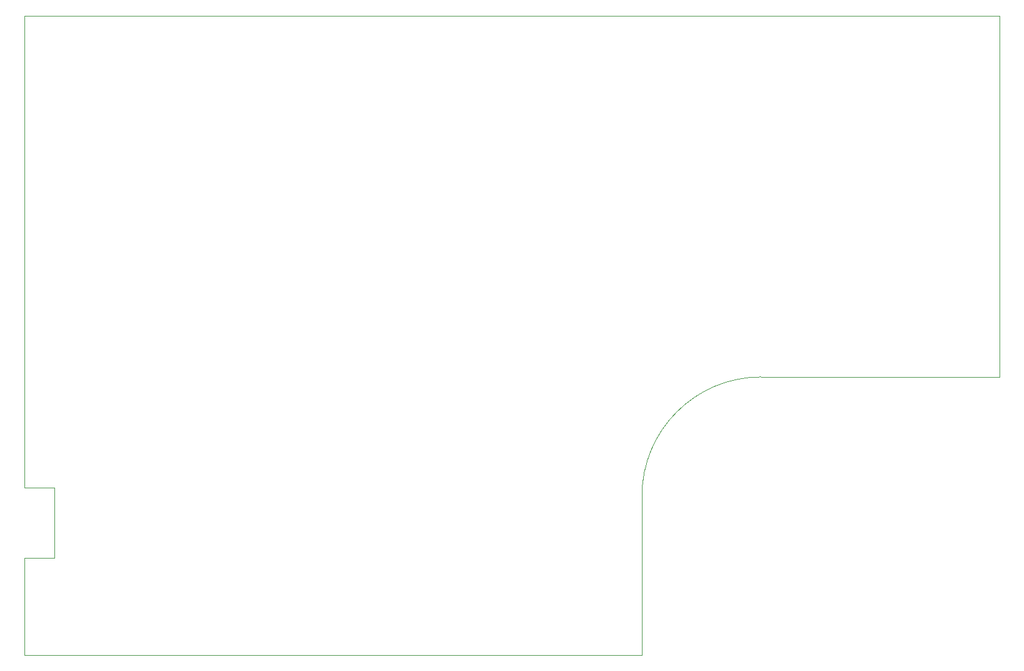
<source format=gbr>
%TF.GenerationSoftware,KiCad,Pcbnew,6.0.11+dfsg-1~bpo11+1*%
%TF.CreationDate,2023-05-07T06:08:46+00:00*%
%TF.ProjectId,CoverUI,436f7665-7255-4492-9e6b-696361645f70,rev?*%
%TF.SameCoordinates,Original*%
%TF.FileFunction,Profile,NP*%
%FSLAX46Y46*%
G04 Gerber Fmt 4.6, Leading zero omitted, Abs format (unit mm)*
G04 Created by KiCad (PCBNEW 6.0.11+dfsg-1~bpo11+1) date 2023-05-07 06:08:46*
%MOMM*%
%LPD*%
G01*
G04 APERTURE LIST*
%TA.AperFunction,Profile*%
%ADD10C,0.050000*%
%TD*%
G04 APERTURE END LIST*
D10*
X65000000Y-148500000D02*
X150500000Y-148500000D01*
X200000000Y-110000000D02*
X167000000Y-110000000D01*
X65000000Y-148500000D02*
X64998600Y-135051800D01*
X69113400Y-125298200D02*
X69113400Y-135051800D01*
X65000000Y-60000000D02*
X200000000Y-60000000D01*
X150500000Y-148500000D02*
X150500000Y-126500000D01*
X69113400Y-135051800D02*
X64998600Y-135051800D01*
X167000000Y-110000000D02*
G75*
G03*
X150500000Y-126500000I0J-16500000D01*
G01*
X69113400Y-125298200D02*
X64998600Y-125298200D01*
X200000000Y-60000000D02*
X200000000Y-110000000D01*
X64998600Y-125298200D02*
X65000000Y-60000000D01*
M02*

</source>
